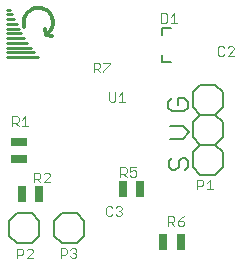
<source format=gto>
G75*
%MOIN*%
%OFA0B0*%
%FSLAX24Y24*%
%IPPOS*%
%LPD*%
%AMOC8*
5,1,8,0,0,1.08239X$1,22.5*
%
%ADD10C,0.0060*%
%ADD11C,0.0030*%
%ADD12C,0.0040*%
%ADD13R,0.0551X0.0256*%
%ADD14R,0.0256X0.0551*%
%ADD15C,0.0100*%
%ADD16C,0.0120*%
D10*
X001180Y001430D02*
X001680Y001430D01*
X001930Y001680D01*
X001930Y002180D01*
X001680Y002430D01*
X001180Y002430D01*
X000930Y002180D01*
X000930Y001680D01*
X001180Y001430D01*
X002430Y001680D02*
X002680Y001430D01*
X003180Y001430D01*
X003430Y001680D01*
X003430Y002180D01*
X003180Y002430D01*
X002680Y002430D01*
X002430Y002180D01*
X002430Y001680D01*
X006249Y003972D02*
X006356Y003865D01*
X006463Y003865D01*
X006570Y003972D01*
X006570Y004185D01*
X006676Y004292D01*
X006783Y004292D01*
X006890Y004185D01*
X006890Y003972D01*
X006783Y003865D01*
X007045Y003960D02*
X007295Y003710D01*
X007795Y003710D01*
X008045Y003960D01*
X008045Y004460D01*
X007795Y004710D01*
X008045Y004960D01*
X008045Y005460D01*
X007795Y005710D01*
X008045Y005960D01*
X008045Y006460D01*
X007795Y006710D01*
X007295Y006710D01*
X007045Y006460D01*
X007045Y005960D01*
X007295Y005710D01*
X007795Y005710D01*
X007295Y005710D02*
X007045Y005460D01*
X007045Y004960D01*
X007295Y004710D01*
X007795Y004710D01*
X007295Y004710D02*
X007045Y004460D01*
X007045Y003960D01*
X006356Y004292D02*
X006249Y004185D01*
X006249Y003972D01*
X006279Y004925D02*
X006706Y004925D01*
X006920Y005139D01*
X006706Y005352D01*
X006279Y005352D01*
X006336Y005835D02*
X006763Y005835D01*
X006870Y005942D01*
X006870Y006155D01*
X006763Y006262D01*
X006550Y006262D01*
X006550Y006049D01*
X006336Y006262D02*
X006229Y006155D01*
X006229Y005942D01*
X006336Y005835D01*
X006330Y007480D02*
X006010Y007480D01*
X006010Y007700D01*
X006010Y008380D02*
X006010Y008600D01*
X006330Y008600D01*
D11*
X006307Y008775D02*
X006521Y008775D01*
X006414Y008775D02*
X006414Y009095D01*
X006307Y008989D01*
X006199Y009042D02*
X006199Y008828D01*
X006145Y008775D01*
X005985Y008775D01*
X005985Y009095D01*
X006145Y009095D01*
X006199Y009042D01*
X007880Y007957D02*
X007880Y007743D01*
X007934Y007690D01*
X008041Y007690D01*
X008094Y007743D01*
X008203Y007690D02*
X008416Y007904D01*
X008416Y007957D01*
X008363Y008010D01*
X008256Y008010D01*
X008203Y007957D01*
X008094Y007957D02*
X008041Y008010D01*
X007934Y008010D01*
X007880Y007957D01*
X008203Y007690D02*
X008416Y007690D01*
X004786Y006140D02*
X004572Y006140D01*
X004679Y006140D02*
X004679Y006460D01*
X004572Y006354D01*
X004464Y006460D02*
X004464Y006193D01*
X004410Y006140D01*
X004303Y006140D01*
X004250Y006193D01*
X004250Y006460D01*
X004058Y007135D02*
X004058Y007188D01*
X004271Y007402D01*
X004271Y007455D01*
X004058Y007455D01*
X003949Y007402D02*
X003949Y007295D01*
X003896Y007242D01*
X003735Y007242D01*
X003735Y007135D02*
X003735Y007455D01*
X003896Y007455D01*
X003949Y007402D01*
X003842Y007242D02*
X003949Y007135D01*
X001561Y005340D02*
X001348Y005340D01*
X001454Y005340D02*
X001454Y005660D01*
X001348Y005554D01*
X001239Y005607D02*
X001239Y005500D01*
X001186Y005447D01*
X001025Y005447D01*
X001025Y005340D02*
X001025Y005660D01*
X001186Y005660D01*
X001239Y005607D01*
X001132Y005447D02*
X001239Y005340D01*
X001750Y003780D02*
X001910Y003780D01*
X001964Y003727D01*
X001964Y003620D01*
X001910Y003567D01*
X001750Y003567D01*
X001857Y003567D02*
X001964Y003460D01*
X002072Y003460D02*
X002286Y003674D01*
X002286Y003727D01*
X002232Y003780D01*
X002126Y003780D01*
X002072Y003727D01*
X002072Y003460D02*
X002286Y003460D01*
X001750Y003460D02*
X001750Y003780D01*
X004150Y002617D02*
X004150Y002403D01*
X004203Y002350D01*
X004310Y002350D01*
X004364Y002403D01*
X004472Y002403D02*
X004526Y002350D01*
X004632Y002350D01*
X004686Y002403D01*
X004686Y002457D01*
X004632Y002510D01*
X004579Y002510D01*
X004632Y002510D02*
X004686Y002564D01*
X004686Y002617D01*
X004632Y002670D01*
X004526Y002670D01*
X004472Y002617D01*
X004364Y002617D02*
X004310Y002670D01*
X004203Y002670D01*
X004150Y002617D01*
X004625Y003650D02*
X004625Y003970D01*
X004785Y003970D01*
X004839Y003917D01*
X004839Y003810D01*
X004785Y003757D01*
X004625Y003757D01*
X004732Y003757D02*
X004839Y003650D01*
X004947Y003703D02*
X005001Y003650D01*
X005107Y003650D01*
X005161Y003703D01*
X005161Y003810D01*
X005107Y003864D01*
X005054Y003864D01*
X004947Y003810D01*
X004947Y003970D01*
X005161Y003970D01*
X006220Y002345D02*
X006381Y002345D01*
X006434Y002292D01*
X006434Y002185D01*
X006381Y002132D01*
X006220Y002132D01*
X006220Y002025D02*
X006220Y002345D01*
X006327Y002132D02*
X006434Y002025D01*
X006543Y002078D02*
X006543Y002185D01*
X006703Y002185D01*
X006756Y002132D01*
X006756Y002078D01*
X006703Y002025D01*
X006596Y002025D01*
X006543Y002078D01*
X006543Y002185D02*
X006649Y002292D01*
X006756Y002345D01*
D12*
X001185Y001250D02*
X001185Y000940D01*
X001185Y001043D02*
X001340Y001043D01*
X001392Y001095D01*
X001392Y001199D01*
X001340Y001250D01*
X001185Y001250D01*
X001507Y001199D02*
X001559Y001250D01*
X001662Y001250D01*
X001714Y001199D01*
X001714Y001147D01*
X001507Y000940D01*
X001714Y000940D01*
X002635Y000950D02*
X002635Y001260D01*
X002790Y001260D01*
X002842Y001209D01*
X002842Y001105D01*
X002790Y001053D01*
X002635Y001053D01*
X002957Y001002D02*
X003009Y000950D01*
X003112Y000950D01*
X003164Y001002D01*
X003164Y001053D01*
X003112Y001105D01*
X003061Y001105D01*
X003112Y001105D02*
X003164Y001157D01*
X003164Y001209D01*
X003112Y001260D01*
X003009Y001260D01*
X002957Y001209D01*
X007190Y003240D02*
X007190Y003550D01*
X007346Y003550D01*
X007397Y003499D01*
X007397Y003395D01*
X007346Y003343D01*
X007190Y003343D01*
X007513Y003240D02*
X007720Y003240D01*
X007616Y003240D02*
X007616Y003550D01*
X007513Y003447D01*
D13*
X001264Y004228D03*
X001264Y004808D03*
D14*
X001338Y003061D03*
X001918Y003061D03*
X004718Y003241D03*
X005298Y003241D03*
X006057Y001479D03*
X006637Y001479D03*
D15*
X001883Y007643D02*
X000859Y007643D01*
X000859Y007800D02*
X001765Y007800D01*
X001647Y007958D02*
X000859Y007958D01*
X000859Y008115D02*
X001528Y008115D01*
X001410Y008273D02*
X000859Y008273D01*
X000859Y008430D02*
X001332Y008430D01*
X001253Y008587D02*
X000859Y008587D01*
X000859Y008745D02*
X001174Y008745D01*
X001095Y008902D02*
X000859Y008902D01*
X000859Y009060D02*
X001017Y009060D01*
X000938Y009217D02*
X000859Y009217D01*
D16*
X001430Y008640D02*
X001418Y008682D01*
X001410Y008725D01*
X001406Y008768D01*
X001405Y008812D01*
X001409Y008855D01*
X001416Y008898D01*
X001428Y008941D01*
X001443Y008982D01*
X001461Y009021D01*
X001483Y009059D01*
X001509Y009095D01*
X001537Y009128D01*
X001568Y009158D01*
X001602Y009186D01*
X001638Y009210D01*
X001677Y009231D01*
X001717Y009249D01*
X001758Y009263D01*
X001800Y009273D01*
X001844Y009280D01*
X001887Y009282D01*
X001931Y009281D01*
X001974Y009275D01*
X002017Y009266D01*
X002059Y009253D01*
X002099Y009236D01*
X002138Y009216D01*
X002175Y009193D01*
X002209Y009166D01*
X002241Y009136D01*
X002270Y009103D01*
X002296Y009068D01*
X002319Y009031D01*
X002339Y008992D01*
X002355Y008952D01*
X002367Y008910D01*
X002376Y008867D01*
X002380Y008823D01*
X002381Y008780D01*
X002378Y008736D01*
X002370Y008693D01*
X002359Y008651D01*
X002345Y008609D01*
X002326Y008570D01*
X002305Y008532D01*
X002280Y008496D01*
X002251Y008463D01*
X002220Y008432D01*
X002187Y008404D01*
X002151Y008380D01*
X002140Y008370D02*
X002130Y008570D01*
X002140Y008370D02*
X002350Y008350D01*
M02*

</source>
